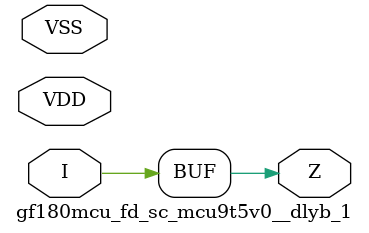
<source format=v>

module gf180mcu_fd_sc_mcu9t5v0__dlyb_1( I, Z, VDD, VSS );
input I;
inout VDD, VSS;
output Z;

	buf MGM_BG_0( Z, I );

endmodule

</source>
